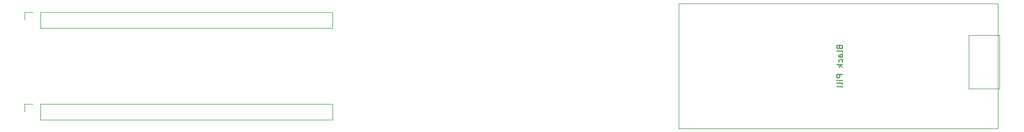
<source format=gbr>
%TF.GenerationSoftware,KiCad,Pcbnew,(5.1.9)-1*%
%TF.CreationDate,2021-02-27T22:52:39+01:00*%
%TF.ProjectId,PCA-Z1,5043412d-5a31-42e6-9b69-6361645f7063,rev?*%
%TF.SameCoordinates,Original*%
%TF.FileFunction,Legend,Bot*%
%TF.FilePolarity,Positive*%
%FSLAX46Y46*%
G04 Gerber Fmt 4.6, Leading zero omitted, Abs format (unit mm)*
G04 Created by KiCad (PCBNEW (5.1.9)-1) date 2021-02-27 22:52:39*
%MOMM*%
%LPD*%
G01*
G04 APERTURE LIST*
%ADD10C,0.120000*%
%ADD11C,0.150000*%
G04 APERTURE END LIST*
D10*
%TO.C,Black Pill*%
X241300000Y-86360000D02*
X241300000Y-95250000D01*
X236220000Y-86360000D02*
X241300000Y-86360000D01*
X236220000Y-95250000D02*
X236220000Y-86360000D01*
X241300000Y-95250000D02*
X236220000Y-95250000D01*
X241035000Y-101830000D02*
X188225000Y-101830000D01*
X188225000Y-81050000D02*
X188225000Y-101830000D01*
X241035000Y-81050000D02*
X188225000Y-81050000D01*
X241035000Y-101830000D02*
X241035000Y-81050000D01*
%TO.C,INTEL_BOTTOM1*%
X79950000Y-97730000D02*
X79950000Y-99060000D01*
X81280000Y-97730000D02*
X79950000Y-97730000D01*
X82550000Y-97730000D02*
X82550000Y-100390000D01*
X82550000Y-100390000D02*
X130870000Y-100390000D01*
X82550000Y-97730000D02*
X130870000Y-97730000D01*
X130870000Y-97730000D02*
X130870000Y-100390000D01*
%TO.C,INTEL_TOP1*%
X79950000Y-82490000D02*
X79950000Y-83820000D01*
X81280000Y-82490000D02*
X79950000Y-82490000D01*
X82550000Y-82490000D02*
X82550000Y-85150000D01*
X82550000Y-85150000D02*
X130870000Y-85150000D01*
X82550000Y-82490000D02*
X130870000Y-82490000D01*
X130870000Y-82490000D02*
X130870000Y-85150000D01*
%TO.C,Black Pill*%
D11*
X214812571Y-88320952D02*
X214860190Y-88463809D01*
X214907809Y-88511428D01*
X215003047Y-88559047D01*
X215145904Y-88559047D01*
X215241142Y-88511428D01*
X215288761Y-88463809D01*
X215336380Y-88368571D01*
X215336380Y-87987619D01*
X214336380Y-87987619D01*
X214336380Y-88320952D01*
X214384000Y-88416190D01*
X214431619Y-88463809D01*
X214526857Y-88511428D01*
X214622095Y-88511428D01*
X214717333Y-88463809D01*
X214764952Y-88416190D01*
X214812571Y-88320952D01*
X214812571Y-87987619D01*
X215336380Y-89130476D02*
X215288761Y-89035238D01*
X215193523Y-88987619D01*
X214336380Y-88987619D01*
X215336380Y-89940000D02*
X214812571Y-89940000D01*
X214717333Y-89892380D01*
X214669714Y-89797142D01*
X214669714Y-89606666D01*
X214717333Y-89511428D01*
X215288761Y-89940000D02*
X215336380Y-89844761D01*
X215336380Y-89606666D01*
X215288761Y-89511428D01*
X215193523Y-89463809D01*
X215098285Y-89463809D01*
X215003047Y-89511428D01*
X214955428Y-89606666D01*
X214955428Y-89844761D01*
X214907809Y-89940000D01*
X215288761Y-90844761D02*
X215336380Y-90749523D01*
X215336380Y-90559047D01*
X215288761Y-90463809D01*
X215241142Y-90416190D01*
X215145904Y-90368571D01*
X214860190Y-90368571D01*
X214764952Y-90416190D01*
X214717333Y-90463809D01*
X214669714Y-90559047D01*
X214669714Y-90749523D01*
X214717333Y-90844761D01*
X215336380Y-91273333D02*
X214336380Y-91273333D01*
X214955428Y-91368571D02*
X215336380Y-91654285D01*
X214669714Y-91654285D02*
X215050666Y-91273333D01*
X215336380Y-92844761D02*
X214336380Y-92844761D01*
X214336380Y-93225714D01*
X214384000Y-93320952D01*
X214431619Y-93368571D01*
X214526857Y-93416190D01*
X214669714Y-93416190D01*
X214764952Y-93368571D01*
X214812571Y-93320952D01*
X214860190Y-93225714D01*
X214860190Y-92844761D01*
X215336380Y-93844761D02*
X214669714Y-93844761D01*
X214336380Y-93844761D02*
X214384000Y-93797142D01*
X214431619Y-93844761D01*
X214384000Y-93892380D01*
X214336380Y-93844761D01*
X214431619Y-93844761D01*
X215336380Y-94463809D02*
X215288761Y-94368571D01*
X215193523Y-94320952D01*
X214336380Y-94320952D01*
X215336380Y-94987619D02*
X215288761Y-94892380D01*
X215193523Y-94844761D01*
X214336380Y-94844761D01*
%TD*%
M02*

</source>
